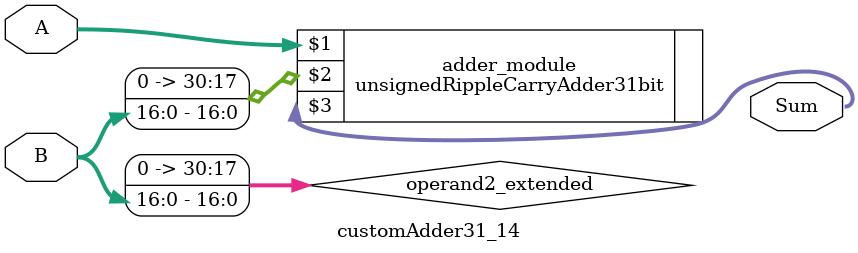
<source format=v>

module customAdder31_14(
                    input [30 : 0] A,
                    input [16 : 0] B,
                    
                    output [31 : 0] Sum
            );

    wire [30 : 0] operand2_extended;
    
    assign operand2_extended =  {14'b0, B};
    
    unsignedRippleCarryAdder31bit adder_module(
        A,
        operand2_extended,
        Sum
    );
    
endmodule
        
</source>
